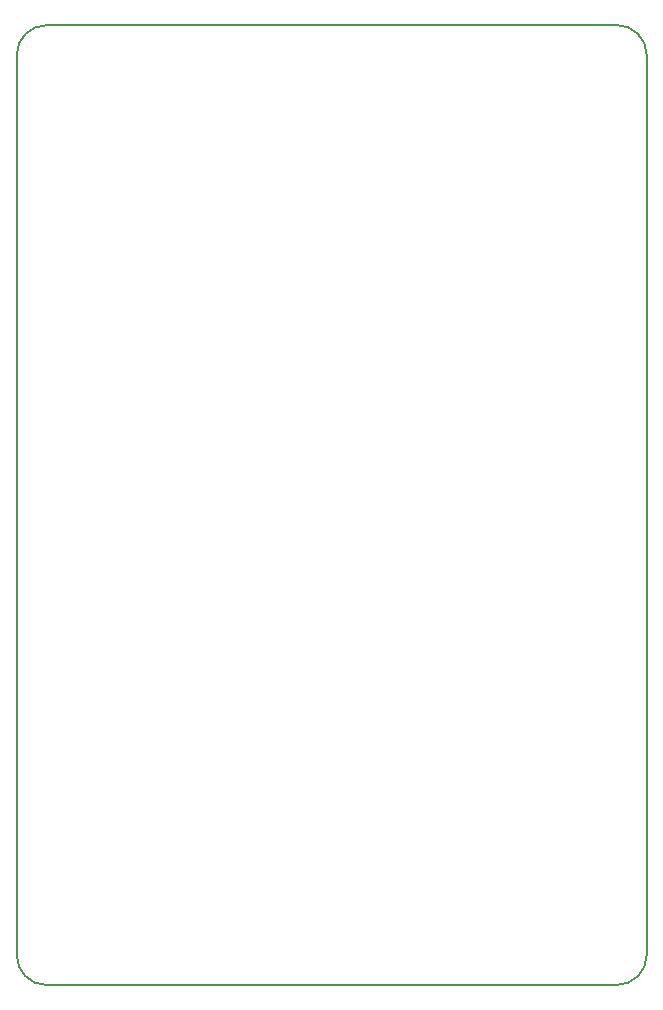
<source format=gbr>
%TF.GenerationSoftware,KiCad,Pcbnew,9.0.3-9.0.3-0~ubuntu24.04.1*%
%TF.CreationDate,2025-11-29T12:49:12+05:30*%
%TF.ProjectId,pronto,70726f6e-746f-42e6-9b69-6361645f7063,rev1*%
%TF.SameCoordinates,Original*%
%TF.FileFunction,Profile,NP*%
%FSLAX46Y46*%
G04 Gerber Fmt 4.6, Leading zero omitted, Abs format (unit mm)*
G04 Created by KiCad (PCBNEW 9.0.3-9.0.3-0~ubuntu24.04.1) date 2025-11-29 12:49:12*
%MOMM*%
%LPD*%
G01*
G04 APERTURE LIST*
%TA.AperFunction,Profile*%
%ADD10C,0.150000*%
%TD*%
G04 APERTURE END LIST*
D10*
X144780000Y-41910000D02*
X144780000Y-118110000D01*
X142240000Y-39370000D02*
G75*
G02*
X144780000Y-41910000I0J-2540000D01*
G01*
X91440000Y-118110000D02*
X91440000Y-41910000D01*
X91440000Y-41910000D02*
G75*
G02*
X93980000Y-39370000I2540000J0D01*
G01*
X93980000Y-39370000D02*
X142240000Y-39370000D01*
X144780000Y-118110000D02*
G75*
G02*
X142240000Y-120650000I-2540000J0D01*
G01*
X93980000Y-120650000D02*
G75*
G02*
X91440000Y-118110000I0J2540000D01*
G01*
X142240000Y-120650000D02*
X93980000Y-120650000D01*
M02*

</source>
